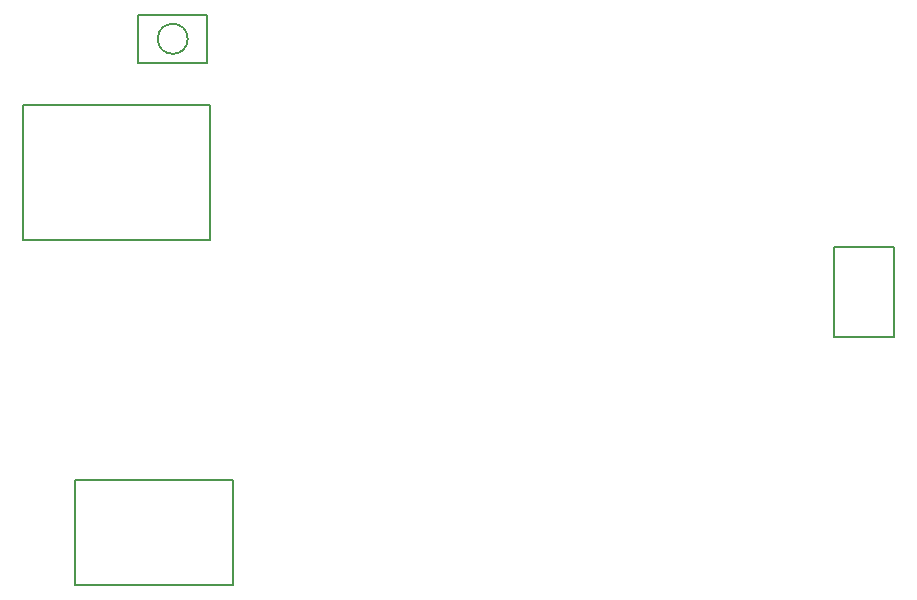
<source format=gbr>
G04 #@! TF.GenerationSoftware,KiCad,Pcbnew,(5.1.9-0-10_14)*
G04 #@! TF.CreationDate,2022-06-30T07:19:34+10:00*
G04 #@! TF.ProjectId,OH - Sim Control,4f48202d-2053-4696-9d20-436f6e74726f,rev?*
G04 #@! TF.SameCoordinates,Original*
G04 #@! TF.FileFunction,OtherDrawing,Comment*
%FSLAX46Y46*%
G04 Gerber Fmt 4.6, Leading zero omitted, Abs format (unit mm)*
G04 Created by KiCad (PCBNEW (5.1.9-0-10_14)) date 2022-06-30 07:19:34*
%MOMM*%
%LPD*%
G01*
G04 APERTURE LIST*
%ADD10C,0.150000*%
G04 APERTURE END LIST*
D10*
X118618000Y-76962000D02*
G75*
G03*
X118618000Y-76962000I-1270000J0D01*
G01*
X114427000Y-78994000D02*
X114427000Y-74930000D01*
X120269000Y-78994000D02*
X114427000Y-78994000D01*
X120269000Y-74930000D02*
X120269000Y-78994000D01*
X114427000Y-74930000D02*
X120269000Y-74930000D01*
X120523000Y-93980000D02*
X104648000Y-93980000D01*
X173355000Y-102235000D02*
X173355000Y-94615000D01*
X178435000Y-102235000D02*
X173355000Y-102235000D01*
X178435000Y-94615000D02*
X178435000Y-102235000D01*
X173355000Y-94615000D02*
X178435000Y-94615000D01*
X109093000Y-123190000D02*
X109093000Y-114300000D01*
X122428000Y-123190000D02*
X109093000Y-123190000D01*
X122428000Y-114300000D02*
X122428000Y-123190000D01*
X109093000Y-114300000D02*
X122428000Y-114300000D01*
X104648000Y-93980000D02*
X104648000Y-82550000D01*
X120523000Y-82550000D02*
X120523000Y-93980000D01*
X104648000Y-82550000D02*
X120523000Y-82550000D01*
M02*

</source>
